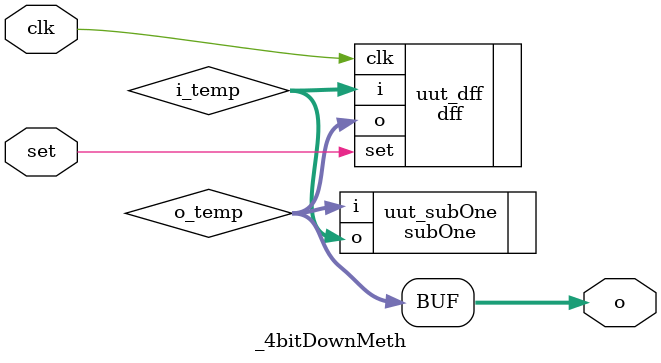
<source format=v>
module _4bitDownMeth(
  input wire clk, set, // wire = physical connection, reg = memory element
  output wire [3:0] o
);
  wire [3:0] i_temp, o_temp;

  dff uut_dff(
    .clk(clk), .set(set),
    .i(i_temp),
    .o(o_temp)
  );
  subOne uut_subOne(
    // the INPUT of 4bit is passed as OUTPUT of subOne
    // the OUTPUT of 4bit is passed as INPUT of subOne
    .i(o_temp),
    .o(i_temp)
  );
  assign o = o_temp;

endmodule
</source>
